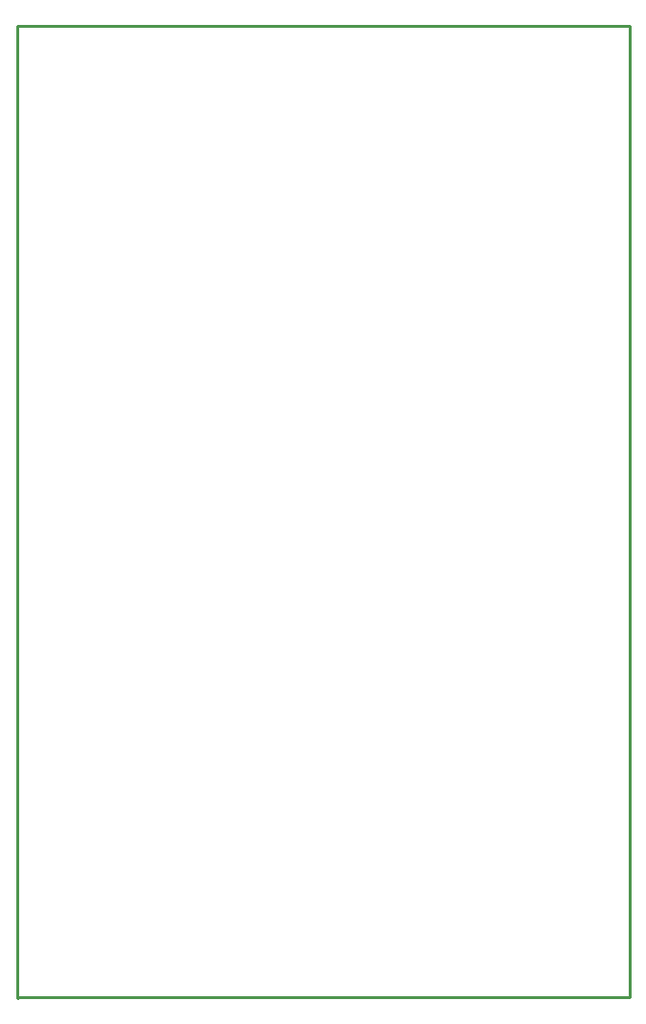
<source format=gm1>
G04*
G04 #@! TF.GenerationSoftware,Altium Limited,Altium Designer,21.7.2 (23)*
G04*
G04 Layer_Color=16711935*
%FSLAX25Y25*%
%MOIN*%
G70*
G04*
G04 #@! TF.SameCoordinates,3B60FD94-7D09-417F-B4C1-333D49710502*
G04*
G04*
G04 #@! TF.FilePolarity,Positive*
G04*
G01*
G75*
%ADD11C,0.01000*%
D11*
Y338000D02*
X213000D01*
Y500D02*
Y338000D01*
X500Y500D02*
X213000D01*
X0Y0D02*
X500Y500D01*
X0Y0D02*
Y338000D01*
X213000D01*
Y500D02*
Y338000D01*
X500Y500D02*
X213000D01*
X0Y0D02*
X500Y500D01*
X0Y0D02*
Y338000D01*
M02*

</source>
